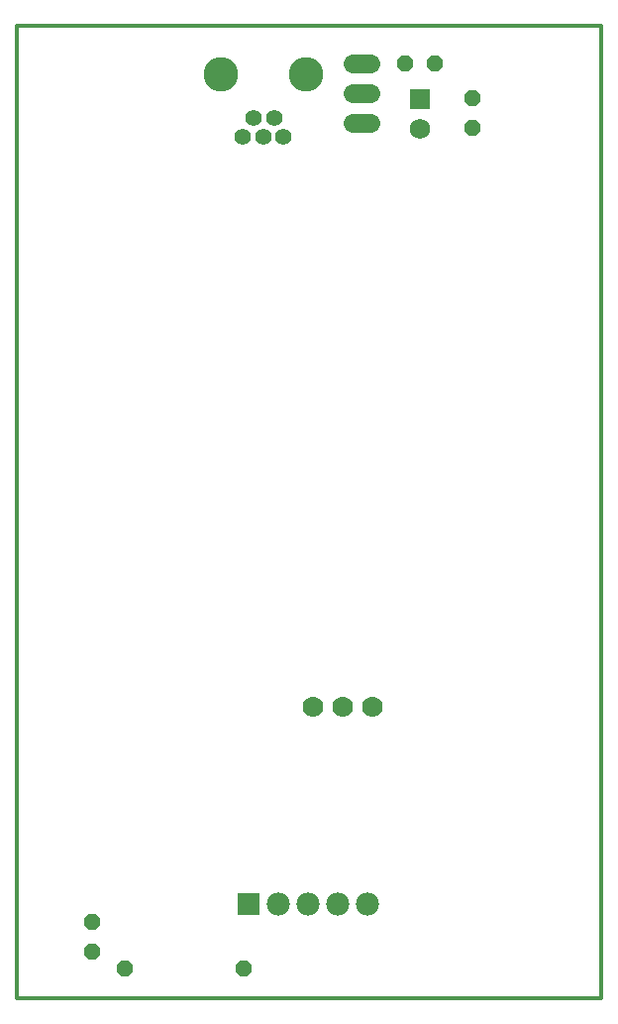
<source format=gbs>
G75*
G70*
%OFA0B0*%
%FSLAX24Y24*%
%IPPOS*%
%LPD*%
%AMOC8*
5,1,8,0,0,1.08239X$1,22.5*
%
%ADD10C,0.0120*%
%ADD11C,0.0700*%
%ADD12C,0.0640*%
%ADD13OC8,0.0560*%
%ADD14R,0.0690X0.0690*%
%ADD15C,0.0690*%
%ADD16C,0.0555*%
%ADD17C,0.1162*%
%ADD18R,0.0780X0.0780*%
%ADD19C,0.0780*%
D10*
X000168Y000170D02*
X019853Y000170D01*
X019853Y032847D01*
X000168Y032847D01*
X000168Y000170D01*
D11*
X010133Y009973D03*
X011133Y009973D03*
X012133Y009973D03*
D12*
X012090Y029587D02*
X011490Y029587D01*
X011490Y030587D02*
X012090Y030587D01*
X012090Y031587D02*
X011490Y031587D01*
D13*
X013231Y031595D03*
X014231Y031595D03*
X015527Y030410D03*
X015527Y029410D03*
X002716Y002717D03*
X002716Y001717D03*
X003798Y001162D03*
X007798Y001162D03*
D14*
X013731Y030391D03*
D15*
X013731Y029391D03*
D16*
X009141Y029125D03*
X008831Y029745D03*
X008471Y029125D03*
X008141Y029745D03*
X007771Y029125D03*
D17*
X007034Y031225D03*
X009909Y031225D03*
D18*
X007975Y003333D03*
D19*
X008975Y003333D03*
X009975Y003333D03*
X010975Y003333D03*
X011975Y003333D03*
M02*

</source>
